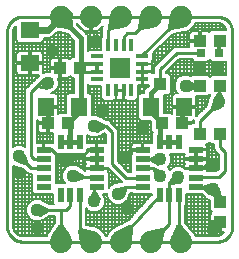
<source format=gtl>
G75*
G70*
%OFA0B0*%
%FSLAX24Y24*%
%IPPOS*%
%LPD*%
%AMOC8*
5,1,8,0,0,1.08239X$1,22.5*
%
%ADD10C,0.0100*%
%ADD11R,0.0500X0.0200*%
%ADD12R,0.0200X0.0500*%
%ADD13R,0.0433X0.0394*%
%ADD14C,0.0740*%
%ADD15R,0.0689X0.0689*%
%ADD16R,0.0396X0.0146*%
%ADD17R,0.0146X0.0396*%
%ADD18R,0.0394X0.0433*%
%ADD19R,0.0551X0.0630*%
%ADD20R,0.0315X0.0315*%
%ADD21R,0.0630X0.0551*%
%ADD22C,0.0160*%
%ADD23C,0.0120*%
%ADD24R,0.0436X0.0436*%
%ADD25C,0.0200*%
%ADD26C,0.0240*%
%ADD27C,0.0436*%
%ADD28C,0.0060*%
D10*
X000651Y001492D02*
X007151Y001492D01*
X007164Y001848D02*
X007001Y001892D01*
X006948Y002051D01*
X007244Y002150D01*
X007164Y001848D01*
X007151Y001492D02*
X007195Y001494D01*
X007238Y001500D01*
X007280Y001509D01*
X007322Y001522D01*
X007362Y001539D01*
X007401Y001559D01*
X007438Y001582D01*
X007472Y001609D01*
X007505Y001638D01*
X007534Y001671D01*
X007561Y001705D01*
X007584Y001742D01*
X007604Y001781D01*
X007621Y001821D01*
X007634Y001863D01*
X007643Y001905D01*
X007649Y001948D01*
X007651Y001992D01*
X007651Y008492D01*
X007649Y008536D01*
X007643Y008579D01*
X007634Y008621D01*
X007621Y008663D01*
X007604Y008703D01*
X007584Y008742D01*
X007561Y008779D01*
X007534Y008813D01*
X007505Y008846D01*
X007472Y008875D01*
X007438Y008902D01*
X007401Y008925D01*
X007362Y008945D01*
X007322Y008962D01*
X007280Y008975D01*
X007238Y008984D01*
X007195Y008990D01*
X007151Y008992D01*
X000651Y008992D01*
X000607Y008990D01*
X000564Y008984D01*
X000522Y008975D01*
X000480Y008962D01*
X000440Y008945D01*
X000401Y008925D01*
X000364Y008902D01*
X000330Y008875D01*
X000297Y008846D01*
X000268Y008813D01*
X000241Y008779D01*
X000218Y008742D01*
X000198Y008703D01*
X000181Y008663D01*
X000168Y008621D01*
X000159Y008579D01*
X000153Y008536D01*
X000151Y008492D01*
X000151Y001992D01*
X000153Y001948D01*
X000159Y001905D01*
X000168Y001863D01*
X000181Y001821D01*
X000198Y001781D01*
X000218Y001742D01*
X000241Y001705D01*
X000268Y001671D01*
X000297Y001638D01*
X000330Y001609D01*
X000364Y001582D01*
X000401Y001559D01*
X000440Y001539D01*
X000480Y001522D01*
X000522Y001509D01*
X000564Y001500D01*
X000607Y001494D01*
X000651Y001492D01*
X001231Y002394D02*
X001151Y002542D01*
X001231Y002690D01*
X001506Y002542D01*
X001231Y002394D01*
X001151Y002542D02*
X001506Y002542D01*
X001951Y002542D01*
X001951Y001992D01*
X001951Y001492D01*
X002561Y001882D02*
X002598Y001845D01*
X002951Y001492D01*
X002561Y001882D02*
X002561Y003062D01*
X002251Y003062D02*
X002251Y002692D01*
X002101Y002542D01*
X001951Y002542D01*
X002409Y003534D02*
X002351Y003692D01*
X002451Y003827D01*
X002702Y003642D01*
X002409Y003534D01*
X002401Y003642D02*
X002702Y003642D01*
X003121Y003642D01*
X003131Y003632D01*
X003131Y003942D02*
X003131Y004252D01*
X003131Y004562D01*
X002871Y004562D01*
X002651Y004342D01*
X002422Y004342D01*
X002236Y004091D01*
X002101Y004192D01*
X002116Y004359D01*
X001806Y004387D01*
X001953Y004112D01*
X002101Y004192D01*
X002111Y004359D01*
X002422Y004342D01*
X002101Y004342D01*
X002101Y004192D01*
X002101Y004342D02*
X001851Y004342D01*
X001806Y004387D01*
X001631Y004562D01*
X001371Y004562D01*
X001371Y004252D02*
X001361Y004242D01*
X001051Y004242D01*
X000951Y004342D01*
X000951Y006492D01*
X001159Y006699D01*
X001386Y006914D01*
X001501Y006792D01*
X001463Y006628D01*
X001159Y006699D01*
X001251Y006792D01*
X001501Y006792D01*
X002664Y007164D02*
X003142Y007164D01*
X003517Y008051D02*
X003517Y008558D01*
X003598Y008638D01*
X003951Y008992D01*
X004151Y008442D02*
X004401Y008442D01*
X004598Y008638D01*
X004951Y008992D01*
X005598Y008638D02*
X005951Y008992D01*
X005598Y008638D02*
X004660Y007701D01*
X004660Y007676D01*
X005251Y007242D02*
X005251Y006742D01*
X005251Y007242D02*
X005801Y007792D01*
X006606Y007792D01*
X006181Y006840D02*
X006101Y006692D01*
X006181Y006544D01*
X006456Y006692D01*
X006181Y006840D01*
X006101Y006692D02*
X006456Y006692D01*
X006567Y006692D01*
X007040Y006190D02*
X007201Y006142D01*
X007349Y006221D01*
X007201Y006496D01*
X007053Y006221D01*
X007201Y006142D01*
X007249Y005981D01*
X006951Y005891D01*
X007040Y006190D01*
X007201Y006142D02*
X007201Y006496D01*
X007201Y006676D01*
X007236Y006692D01*
X007201Y006142D02*
X006951Y005891D01*
X006567Y005507D01*
X006567Y005092D01*
X006431Y004562D02*
X006431Y004252D01*
X006431Y003942D01*
X006680Y003942D01*
X006866Y004192D01*
X007001Y004092D01*
X006992Y003924D01*
X006680Y003942D01*
X006851Y003942D01*
X007001Y004092D01*
X007401Y003842D02*
X007201Y003642D01*
X006441Y003642D01*
X006431Y003632D01*
X006431Y003322D02*
X006656Y003322D01*
X006957Y003404D01*
X007001Y003242D01*
X006890Y003115D01*
X006656Y003322D01*
X006921Y003322D01*
X007001Y003242D01*
X006953Y003081D01*
X007251Y002991D01*
X007162Y003290D01*
X007001Y003242D01*
X007251Y002992D01*
X007251Y002991D01*
X007251Y002826D01*
X007251Y002157D02*
X007244Y002150D01*
X007001Y001907D01*
X007001Y001892D01*
X005911Y001682D02*
X005951Y001492D01*
X005911Y001682D02*
X005861Y001984D01*
X005861Y003062D01*
X005851Y003052D01*
X005551Y003062D02*
X005551Y002092D01*
X005305Y001845D01*
X004951Y001492D01*
X004236Y001956D02*
X005241Y003062D01*
X005551Y003062D02*
X005551Y003342D01*
X005551Y003441D01*
X005740Y003740D01*
X005851Y003642D01*
X005899Y003481D01*
X005551Y003441D01*
X005851Y003642D01*
X005299Y003803D02*
X005251Y003692D01*
X005140Y003643D01*
X005000Y003942D01*
X005299Y003803D01*
X005251Y003692D02*
X005001Y003942D01*
X005000Y003942D01*
X004671Y003942D01*
X004671Y004252D02*
X004897Y004252D01*
X005176Y004392D01*
X005251Y004242D01*
X005167Y004096D01*
X004897Y004252D01*
X005241Y004252D01*
X005251Y004242D01*
X004671Y004562D02*
X004321Y004562D01*
X004302Y004542D01*
X004212Y004243D01*
X004051Y004292D01*
X004003Y004453D01*
X004302Y004542D01*
X004051Y004292D01*
X003651Y004092D02*
X003651Y005142D01*
X003451Y005342D01*
X003406Y005342D01*
X003131Y005194D01*
X003051Y005342D01*
X003131Y005490D01*
X003406Y005342D01*
X003051Y005342D01*
X003651Y004092D02*
X004111Y003632D01*
X004671Y003632D01*
X004671Y003322D02*
X004121Y003322D01*
X004008Y003031D01*
X003851Y003092D01*
X003816Y003256D01*
X004121Y003322D01*
X004081Y003322D01*
X003851Y003092D01*
X003199Y002921D02*
X003051Y002842D01*
X002903Y002921D01*
X003051Y003196D01*
X003199Y002921D01*
X003051Y002842D02*
X003051Y003196D01*
X003051Y003242D01*
X003131Y003322D01*
X003101Y003292D01*
X002401Y003642D02*
X002351Y003692D01*
X001371Y003942D02*
X000951Y003942D01*
X000802Y004091D01*
X000503Y004181D01*
X000551Y004342D01*
X000712Y004390D01*
X000802Y004091D01*
X000551Y004342D01*
X004051Y001672D02*
X003951Y001492D01*
X004051Y001672D02*
X004236Y001956D01*
X007236Y004657D02*
X007236Y005092D01*
X007236Y004657D02*
X007401Y004492D01*
X007401Y003842D01*
X004029Y008051D02*
X004029Y008320D01*
X004151Y008442D01*
D11*
X004671Y004562D03*
X004671Y004252D03*
X004671Y003942D03*
X004671Y003632D03*
X004671Y003322D03*
X003131Y003322D03*
X003131Y003632D03*
X003131Y003942D03*
X003131Y004252D03*
X003131Y004562D03*
X001371Y004562D03*
X001371Y004252D03*
X001371Y003942D03*
X001371Y003632D03*
X001371Y003322D03*
X006431Y003322D03*
X006431Y003632D03*
X006431Y003942D03*
X006431Y004252D03*
X006431Y004562D03*
D12*
X005861Y004822D03*
X005551Y004822D03*
X005241Y004822D03*
X005241Y003062D03*
X005551Y003062D03*
X005861Y003062D03*
X002561Y003062D03*
X002251Y003062D03*
X001941Y003062D03*
X001941Y004822D03*
X002251Y004822D03*
X002561Y004822D03*
D13*
X002186Y005442D03*
X001517Y005442D03*
X001917Y007292D03*
X002586Y007292D03*
X005317Y005442D03*
X005986Y005442D03*
X006567Y005092D03*
X007236Y005092D03*
X007236Y006692D03*
X006567Y006692D03*
X006567Y008192D03*
X007236Y008192D03*
D14*
X005951Y008992D03*
X004951Y008992D03*
X003951Y008992D03*
X002951Y008992D03*
X001951Y008992D03*
X001951Y001492D03*
X002951Y001492D03*
X003951Y001492D03*
X004951Y001492D03*
X005951Y001492D03*
D15*
X003901Y007292D03*
D16*
X003142Y007420D03*
X003142Y007164D03*
X003142Y006908D03*
X003142Y007676D03*
X004660Y007676D03*
X004660Y007420D03*
X004660Y007164D03*
X004660Y006908D03*
D17*
X004285Y006533D03*
X004029Y006533D03*
X003773Y006533D03*
X003517Y006533D03*
X003517Y008051D03*
X003773Y008051D03*
X004029Y008051D03*
X004285Y008051D03*
D18*
X007251Y002826D03*
X007251Y002157D03*
D19*
X006052Y005992D03*
X004950Y005992D03*
X002552Y005992D03*
X001450Y005992D03*
D20*
X006606Y007792D03*
X007196Y007792D03*
D21*
X000901Y007440D03*
X000901Y008543D03*
D22*
X001951Y008942D02*
X002251Y008642D01*
X002601Y008292D01*
X002601Y007442D01*
X002601Y007342D01*
X002586Y007326D01*
X002586Y007292D01*
X002601Y007342D02*
X002601Y006142D01*
X002552Y005992D01*
X002552Y005808D01*
X002186Y005442D01*
X002251Y005326D01*
X002251Y004822D01*
X001941Y004822D01*
X002251Y004822D02*
X002561Y004822D01*
X001517Y005442D02*
X001517Y005925D01*
X001450Y005992D01*
X004950Y005992D02*
X004950Y005808D01*
X005317Y005442D01*
X005241Y005466D01*
X005241Y004822D01*
X005551Y004822D01*
X005861Y004822D01*
X005986Y005442D02*
X005986Y006125D01*
X006052Y005992D01*
X005251Y006742D02*
X004950Y006440D01*
X004950Y005992D01*
D23*
X003142Y007164D02*
X003142Y007420D01*
X002623Y007420D01*
X002601Y007442D01*
X007196Y007792D02*
X007196Y008092D01*
X007236Y008192D01*
D24*
X005251Y006742D03*
D25*
X005598Y008638D02*
X005687Y009049D01*
X005951Y008992D01*
X006009Y008728D01*
X005598Y008638D01*
X005009Y008728D02*
X004951Y008992D01*
X004687Y009049D01*
X004598Y008638D01*
X005009Y008728D01*
X004009Y008728D02*
X003951Y008992D01*
X003687Y009049D01*
X003598Y008638D01*
X004009Y008728D01*
X002251Y008642D02*
X002201Y009092D01*
X002251Y008642D02*
X001851Y008742D01*
X001951Y001992D02*
X002178Y001637D01*
X001951Y001492D01*
X001724Y001637D01*
X001951Y001992D01*
X002598Y001845D02*
X003009Y001755D01*
X002951Y001492D01*
X002687Y001434D01*
X002598Y001845D01*
X003794Y001711D02*
X003951Y001492D01*
X004216Y001493D01*
X004236Y001956D01*
X003794Y001711D01*
X004894Y001755D02*
X004951Y001492D01*
X005215Y001434D01*
X005305Y001845D01*
X004894Y001755D01*
X005701Y001594D02*
X005951Y001492D01*
X006148Y001676D01*
X005861Y001984D01*
X005701Y001594D01*
D26*
X001502Y008543D02*
X000901Y008543D01*
X001502Y008543D02*
X001951Y008992D01*
X001851Y008742D01*
X001951Y008942D02*
X001951Y008992D01*
X002201Y009092D01*
D27*
X003101Y008192D03*
X001651Y007842D03*
X001501Y006792D03*
X003051Y005342D03*
X003351Y005892D03*
X004051Y004292D03*
X004651Y005242D03*
X005251Y004242D03*
X005251Y003692D03*
X005851Y003642D03*
X007001Y003242D03*
X007001Y004092D03*
X007201Y006142D03*
X007151Y007292D03*
X006551Y007292D03*
X006101Y006692D03*
X003851Y003092D03*
X004151Y002592D03*
X003051Y002842D03*
X002351Y003692D03*
X002101Y004192D03*
X001151Y002542D03*
X001151Y001942D03*
X000551Y003792D03*
X000551Y004342D03*
X007001Y001892D03*
D28*
X006959Y001852D02*
X006326Y001852D01*
X006325Y001853D02*
X006074Y002121D01*
X006073Y002126D01*
X006061Y002137D01*
X006061Y002699D01*
X006111Y002749D01*
X006111Y003080D01*
X006119Y003072D01*
X006637Y003072D01*
X006696Y003020D01*
X006700Y003016D01*
X006750Y002973D01*
X006793Y002930D01*
X006804Y002925D01*
X006814Y002916D01*
X006815Y002913D01*
X006818Y002912D01*
X006820Y002911D01*
X006823Y002911D01*
X006877Y002894D01*
X006904Y002883D01*
X006904Y002548D01*
X006974Y002477D01*
X006950Y002453D01*
X006933Y002424D01*
X006924Y002391D01*
X006924Y002187D01*
X007221Y002187D01*
X007221Y002127D01*
X006924Y002127D01*
X006924Y001923D01*
X006933Y001890D01*
X006950Y001861D01*
X006974Y001836D01*
X007004Y001819D01*
X007037Y001810D01*
X007221Y001810D01*
X007221Y002127D01*
X007281Y002127D01*
X007281Y001810D01*
X007386Y001810D01*
X007318Y001742D01*
X007210Y001697D01*
X007151Y001692D01*
X006431Y001692D01*
X006392Y001786D01*
X006325Y001853D01*
X006271Y001911D02*
X006271Y003072D01*
X006391Y003072D02*
X006391Y001787D01*
X006415Y001732D02*
X007292Y001732D01*
X007231Y001706D02*
X007231Y002127D01*
X007221Y002092D02*
X007281Y002092D01*
X007281Y001972D02*
X007221Y001972D01*
X007221Y001852D02*
X007281Y001852D01*
X007351Y001810D02*
X007351Y001776D01*
X007111Y001810D02*
X007111Y001692D01*
X006991Y001692D02*
X006991Y001827D01*
X006924Y001972D02*
X006214Y001972D01*
X006151Y002039D02*
X006151Y003072D01*
X006111Y003052D02*
X006660Y003052D01*
X006631Y003072D02*
X006631Y001692D01*
X006511Y001692D02*
X006511Y003072D01*
X006751Y002971D02*
X006751Y001692D01*
X006871Y001692D02*
X006871Y002896D01*
X006820Y002911D02*
X006820Y002911D01*
X006791Y002932D02*
X006111Y002932D01*
X006111Y002812D02*
X006904Y002812D01*
X006904Y002692D02*
X006061Y002692D01*
X006061Y002572D02*
X006904Y002572D01*
X006949Y002452D02*
X006061Y002452D01*
X006061Y002332D02*
X006924Y002332D01*
X006924Y002212D02*
X006061Y002212D01*
X006102Y002092D02*
X006924Y002092D01*
X006991Y002127D02*
X006991Y002187D01*
X007111Y002187D02*
X007111Y002127D01*
X007118Y003842D02*
X006811Y003842D01*
X006811Y003922D01*
X006451Y003922D01*
X006451Y003962D01*
X006411Y003962D01*
X006411Y004022D01*
X006411Y004231D01*
X006451Y004231D01*
X006451Y004022D01*
X006451Y003962D01*
X006811Y003962D01*
X006811Y004059D01*
X006802Y004092D01*
X006799Y004097D01*
X006802Y004101D01*
X006811Y004134D01*
X006811Y004232D01*
X006451Y004232D01*
X006451Y004272D01*
X006411Y004272D01*
X006411Y004482D01*
X006411Y004541D01*
X006451Y004541D01*
X006451Y004482D01*
X006451Y004272D01*
X006811Y004272D01*
X006811Y004369D01*
X006802Y004402D01*
X006799Y004407D01*
X006802Y004411D01*
X006811Y004444D01*
X006811Y004542D01*
X006451Y004542D01*
X006451Y004582D01*
X006811Y004582D01*
X006811Y004679D01*
X006802Y004712D01*
X006785Y004741D01*
X006782Y004745D01*
X006845Y004745D01*
X006901Y004801D01*
X006957Y004745D01*
X007036Y004745D01*
X007036Y004574D01*
X007153Y004457D01*
X007201Y004409D01*
X007201Y003924D01*
X007118Y003842D01*
X007111Y003842D02*
X007111Y004499D01*
X007118Y004492D02*
X006811Y004492D01*
X006751Y004542D02*
X006751Y004582D01*
X006811Y004612D02*
X007036Y004612D01*
X007036Y004732D02*
X006791Y004732D01*
X006871Y004771D02*
X006871Y003842D01*
X006811Y003892D02*
X007168Y003892D01*
X007201Y004012D02*
X006811Y004012D01*
X006751Y003962D02*
X006751Y003922D01*
X006631Y003922D02*
X006631Y003962D01*
X006511Y003962D02*
X006511Y003922D01*
X006411Y003922D02*
X006092Y003922D01*
X006060Y003954D01*
X005924Y004010D01*
X005778Y004010D01*
X005643Y003954D01*
X005571Y003882D01*
X005563Y003900D01*
X005497Y003967D01*
X005563Y004033D01*
X005619Y004168D01*
X005619Y004315D01*
X005575Y004422D01*
X005699Y004422D01*
X006023Y004422D01*
X006051Y004450D01*
X006051Y004444D01*
X006060Y004411D01*
X006063Y004407D01*
X006060Y004402D01*
X006051Y004369D01*
X006051Y004272D01*
X006411Y004272D01*
X006411Y004232D01*
X006051Y004232D01*
X006051Y004134D01*
X006060Y004101D01*
X006063Y004097D01*
X006060Y004092D01*
X006051Y004059D01*
X006051Y003962D01*
X006411Y003962D01*
X006411Y003922D01*
X006391Y003922D02*
X006391Y003962D01*
X006411Y004012D02*
X006451Y004012D01*
X006451Y004132D02*
X006411Y004132D01*
X006391Y004232D02*
X006391Y004272D01*
X006411Y004252D02*
X005619Y004252D01*
X005604Y004132D02*
X006052Y004132D01*
X006051Y004012D02*
X005542Y004012D01*
X005551Y004021D02*
X005551Y003912D01*
X005567Y003892D02*
X005581Y003892D01*
X005671Y003966D02*
X005671Y004422D01*
X005596Y004372D02*
X006052Y004372D01*
X006031Y004430D02*
X006031Y003965D01*
X006151Y003962D02*
X006151Y003922D01*
X006271Y003922D02*
X006271Y003962D01*
X006271Y004232D02*
X006271Y004272D01*
X006151Y004272D02*
X006151Y004232D01*
X005911Y004422D02*
X005911Y004010D01*
X005791Y004010D02*
X005791Y004422D01*
X006411Y004372D02*
X006451Y004372D01*
X006511Y004272D02*
X006511Y004232D01*
X006451Y004252D02*
X007201Y004252D01*
X007201Y004372D02*
X006810Y004372D01*
X006751Y004272D02*
X006751Y004232D01*
X006810Y004132D02*
X007201Y004132D01*
X007153Y004457D02*
X007153Y004457D01*
X006991Y004745D02*
X006991Y003842D01*
X006631Y004232D02*
X006631Y004272D01*
X006451Y004492D02*
X006411Y004492D01*
X006511Y004542D02*
X006511Y004582D01*
X006631Y004582D02*
X006631Y004542D01*
X006367Y005438D02*
X006288Y005438D01*
X006261Y005412D01*
X006016Y005412D01*
X006016Y005472D01*
X006332Y005472D01*
X006332Y005547D01*
X006345Y005547D01*
X006367Y005552D01*
X006367Y005438D01*
X006367Y005452D02*
X006016Y005452D01*
X006031Y005472D02*
X006031Y005412D01*
X006151Y005412D02*
X006151Y005472D01*
X006271Y005472D02*
X006271Y005422D01*
X006458Y005681D02*
X006458Y005962D01*
X006082Y005962D01*
X006082Y006022D01*
X006458Y006022D01*
X006458Y006324D01*
X006452Y006345D01*
X006845Y006345D01*
X006901Y006401D01*
X006915Y006387D01*
X006903Y006364D01*
X006889Y006350D01*
X006881Y006331D01*
X006872Y006327D01*
X006859Y006283D01*
X006838Y006243D01*
X006841Y006234D01*
X006833Y006215D01*
X006833Y006196D01*
X006774Y005997D01*
X006751Y005974D01*
X006458Y005681D01*
X006458Y005692D02*
X006468Y005692D01*
X006511Y005734D02*
X006511Y006345D01*
X006458Y006292D02*
X006862Y006292D01*
X006871Y006323D02*
X006871Y006371D01*
X006751Y006345D02*
X006751Y005974D01*
X006708Y005932D02*
X006458Y005932D01*
X006391Y005962D02*
X006391Y006022D01*
X006458Y006052D02*
X006790Y006052D01*
X006826Y006172D02*
X006458Y006172D01*
X006271Y006022D02*
X006271Y005962D01*
X006151Y005962D02*
X006151Y006022D01*
X006022Y006022D02*
X006022Y005962D01*
X005647Y005962D01*
X005647Y005737D01*
X005595Y005788D01*
X005376Y005788D01*
X005376Y006369D01*
X005371Y006374D01*
X005531Y006374D01*
X005619Y006461D01*
X005619Y007022D01*
X005531Y007110D01*
X005451Y007110D01*
X005451Y007159D01*
X005884Y007592D01*
X006298Y007592D01*
X006298Y007572D01*
X006386Y007484D01*
X006826Y007484D01*
X006901Y007560D01*
X006977Y007484D01*
X007416Y007484D01*
X007451Y007519D01*
X007451Y007038D01*
X006957Y007038D01*
X006901Y006982D01*
X006845Y007038D01*
X006288Y007038D01*
X006270Y007020D01*
X006259Y007025D01*
X006203Y007055D01*
X006203Y007055D01*
X006193Y007052D01*
X006174Y007060D01*
X006028Y007060D01*
X005893Y007004D01*
X005789Y006900D01*
X005733Y006765D01*
X005733Y006618D01*
X005789Y006483D01*
X005836Y006437D01*
X005760Y006437D01*
X005727Y006428D01*
X005697Y006411D01*
X005673Y006386D01*
X005656Y006357D01*
X005647Y006324D01*
X005647Y006022D01*
X006022Y006022D01*
X005911Y006022D02*
X005911Y005962D01*
X005791Y005962D02*
X005791Y006022D01*
X005671Y006022D02*
X005671Y005962D01*
X005647Y005932D02*
X005376Y005932D01*
X005376Y006052D02*
X005647Y006052D01*
X005647Y006172D02*
X005376Y006172D01*
X005376Y006292D02*
X005647Y006292D01*
X005671Y006384D02*
X005671Y007379D01*
X005664Y007372D02*
X007451Y007372D01*
X007451Y007492D02*
X007424Y007492D01*
X007351Y007484D02*
X007351Y007038D01*
X007231Y007038D02*
X007231Y007484D01*
X007111Y007484D02*
X007111Y007038D01*
X006991Y007038D02*
X006991Y007484D01*
X006969Y007492D02*
X006833Y007492D01*
X006871Y007530D02*
X006871Y007012D01*
X006872Y007012D02*
X006930Y007012D01*
X006751Y007038D02*
X006751Y007484D01*
X006631Y007484D02*
X006631Y007038D01*
X006511Y007038D02*
X006511Y007484D01*
X006391Y007484D02*
X006391Y007038D01*
X006271Y007022D02*
X006271Y007592D01*
X006379Y007492D02*
X005784Y007492D01*
X005791Y007499D02*
X005791Y006902D01*
X005786Y006892D02*
X005619Y006892D01*
X005619Y007012D02*
X005912Y007012D01*
X005911Y007011D02*
X005911Y007592D01*
X006031Y007592D02*
X006031Y007060D01*
X006151Y007060D02*
X006151Y007592D01*
X006151Y007992D02*
X006151Y008512D01*
X006113Y008496D02*
X006246Y008551D01*
X006392Y008697D01*
X006431Y008792D01*
X007151Y008792D01*
X007210Y008786D01*
X007318Y008741D01*
X007401Y008658D01*
X007445Y008550D01*
X007447Y008538D01*
X006957Y008538D01*
X006887Y008468D01*
X006863Y008492D01*
X006833Y008510D01*
X006800Y008518D01*
X006596Y008518D01*
X006596Y008222D01*
X006537Y008222D01*
X006537Y008518D01*
X006333Y008518D01*
X006300Y008510D01*
X006270Y008492D01*
X006246Y008468D01*
X006229Y008439D01*
X006220Y008406D01*
X006220Y008222D01*
X006536Y008222D01*
X006536Y008162D01*
X006220Y008162D01*
X006220Y007992D01*
X005884Y007992D01*
X005718Y007992D01*
X005168Y007442D01*
X005051Y007324D01*
X005051Y007110D01*
X004988Y007110D01*
X004988Y007157D01*
X004667Y007157D01*
X004667Y007170D01*
X004988Y007170D01*
X004988Y007254D01*
X004979Y007287D01*
X004976Y007292D01*
X004979Y007297D01*
X004988Y007330D01*
X004988Y007413D01*
X004667Y007413D01*
X004667Y007426D01*
X004988Y007426D01*
X004988Y007510D01*
X004986Y007518D01*
X005008Y007541D01*
X005008Y007766D01*
X005632Y008390D01*
X005646Y008393D01*
X005691Y008401D01*
X005695Y008403D01*
X006007Y008472D01*
X006055Y008472D01*
X006107Y008493D01*
X006111Y008494D01*
X006113Y008496D01*
X006031Y008472D02*
X006031Y007992D01*
X005911Y007992D02*
X005911Y008451D01*
X005916Y008452D02*
X006236Y008452D01*
X006271Y008493D02*
X006271Y008576D01*
X006267Y008572D02*
X007436Y008572D01*
X007351Y008538D02*
X007351Y008708D01*
X007367Y008692D02*
X006387Y008692D01*
X006391Y008696D02*
X006391Y008518D01*
X006511Y008518D02*
X006511Y008792D01*
X006631Y008792D02*
X006631Y008518D01*
X006596Y008452D02*
X006537Y008452D01*
X006537Y008332D02*
X006596Y008332D01*
X006536Y008212D02*
X005454Y008212D01*
X005431Y008189D02*
X005431Y007704D01*
X005458Y007732D02*
X005008Y007732D01*
X005071Y007829D02*
X005071Y007344D01*
X005098Y007372D02*
X004988Y007372D01*
X004951Y007413D02*
X004951Y007426D01*
X004988Y007492D02*
X005218Y007492D01*
X005191Y007464D02*
X005191Y007949D01*
X005214Y007972D02*
X005698Y007972D01*
X005671Y007944D02*
X005671Y008397D01*
X005574Y008332D02*
X006220Y008332D01*
X006271Y008222D02*
X006271Y008162D01*
X006220Y008092D02*
X005334Y008092D01*
X005311Y008069D02*
X005311Y007584D01*
X005338Y007612D02*
X005008Y007612D01*
X005094Y007852D02*
X005578Y007852D01*
X005551Y007824D02*
X005551Y008309D01*
X005791Y008424D02*
X005791Y007992D01*
X006391Y008162D02*
X006391Y008222D01*
X006511Y008222D02*
X006511Y008162D01*
X006751Y008518D02*
X006751Y008792D01*
X006871Y008792D02*
X006871Y008484D01*
X006991Y008538D02*
X006991Y008792D01*
X007111Y008792D02*
X007111Y008538D01*
X007231Y008538D02*
X007231Y008777D01*
X007451Y007252D02*
X005544Y007252D01*
X005551Y007259D02*
X005551Y007090D01*
X005451Y007132D02*
X007451Y007132D01*
X006631Y006345D02*
X006631Y005854D01*
X006588Y005812D02*
X006458Y005812D01*
X005791Y006437D02*
X005791Y006481D01*
X005769Y006532D02*
X005619Y006532D01*
X005619Y006652D02*
X005733Y006652D01*
X005736Y006772D02*
X005619Y006772D01*
X005570Y006412D02*
X005699Y006412D01*
X005551Y006393D02*
X005551Y005788D01*
X005647Y005812D02*
X005376Y005812D01*
X005431Y005788D02*
X005431Y006374D01*
X004883Y006699D02*
X004720Y006536D01*
X004720Y006457D01*
X004612Y006457D01*
X004524Y006369D01*
X004524Y005615D01*
X004612Y005527D01*
X004906Y005527D01*
X004950Y005483D01*
X004950Y005183D01*
X004995Y005138D01*
X004991Y005134D01*
X004991Y004771D01*
X004971Y004783D01*
X004938Y004792D01*
X004691Y004792D01*
X004691Y004582D01*
X004651Y004582D01*
X004651Y004792D01*
X004404Y004792D01*
X004371Y004783D01*
X004341Y004766D01*
X004317Y004741D01*
X004300Y004712D01*
X004291Y004679D01*
X004291Y004582D01*
X004651Y004582D01*
X004651Y004542D01*
X004291Y004542D01*
X004291Y004444D01*
X004293Y004436D01*
X004271Y004414D01*
X004271Y004089D01*
X004271Y003832D01*
X004194Y003832D01*
X003851Y004174D01*
X003851Y005059D01*
X003851Y005224D01*
X003651Y005424D01*
X003534Y005542D01*
X003456Y005542D01*
X003273Y005640D01*
X003260Y005654D01*
X003209Y005675D01*
X003153Y005705D01*
X003153Y005705D01*
X003143Y005702D01*
X003124Y005710D01*
X002978Y005710D01*
X002978Y005710D01*
X002978Y006369D01*
X002890Y006457D01*
X002831Y006457D01*
X002831Y006736D01*
X002882Y006685D01*
X003294Y006685D01*
X003294Y006273D01*
X003382Y006185D01*
X003652Y006185D01*
X003675Y006207D01*
X003683Y006205D01*
X003767Y006205D01*
X003767Y006526D01*
X003780Y006526D01*
X003780Y006539D01*
X003826Y006539D01*
X004022Y006539D01*
X004022Y006526D01*
X003826Y006526D01*
X003780Y006526D01*
X003780Y006205D01*
X003863Y006205D01*
X003896Y006214D01*
X003901Y006216D01*
X003906Y006214D01*
X003939Y006205D01*
X004023Y006205D01*
X004023Y006526D01*
X004036Y006526D01*
X004036Y006205D01*
X004119Y006205D01*
X004128Y006207D01*
X004150Y006185D01*
X004420Y006185D01*
X004508Y006273D01*
X004508Y006705D01*
X004654Y006705D01*
X004654Y006901D01*
X004667Y006901D01*
X004667Y006705D01*
X004875Y006705D01*
X004883Y006707D01*
X004883Y006699D01*
X004831Y006705D02*
X004831Y006647D01*
X004836Y006652D02*
X004508Y006652D01*
X004591Y006705D02*
X004591Y006436D01*
X004567Y006412D02*
X004508Y006412D01*
X004508Y006532D02*
X004720Y006532D01*
X004711Y006457D02*
X004711Y006705D01*
X004667Y006772D02*
X004654Y006772D01*
X004654Y006892D02*
X004667Y006892D01*
X004667Y006914D02*
X004654Y006914D01*
X004654Y007111D01*
X004654Y007157D01*
X004667Y007157D01*
X004667Y007111D01*
X004667Y006914D01*
X004654Y007012D02*
X004667Y007012D01*
X004654Y007132D02*
X004667Y007132D01*
X004667Y007170D02*
X004654Y007170D01*
X004654Y007366D01*
X004654Y007413D01*
X004667Y007413D01*
X004667Y007366D01*
X004667Y007170D01*
X004711Y007170D02*
X004711Y007157D01*
X004667Y007252D02*
X004654Y007252D01*
X004654Y007372D02*
X004667Y007372D01*
X004711Y007413D02*
X004711Y007426D01*
X004831Y007413D02*
X004831Y007426D01*
X004988Y007252D02*
X005051Y007252D01*
X005051Y007132D02*
X004988Y007132D01*
X004951Y007157D02*
X004951Y007170D01*
X004831Y007157D02*
X004831Y007170D01*
X004524Y006292D02*
X004508Y006292D01*
X004471Y006236D02*
X004471Y004792D01*
X004351Y004771D02*
X004351Y006185D01*
X004231Y006185D02*
X004231Y003832D01*
X004271Y003892D02*
X004134Y003892D01*
X004111Y003914D02*
X004111Y006205D01*
X004036Y006292D02*
X004023Y006292D01*
X003991Y006205D02*
X003991Y004034D01*
X004014Y004012D02*
X004271Y004012D01*
X004271Y004132D02*
X003894Y004132D01*
X003871Y004154D02*
X003871Y006207D01*
X003780Y006292D02*
X003767Y006292D01*
X003751Y006205D02*
X003751Y005324D01*
X003744Y005332D02*
X004950Y005332D01*
X004950Y005452D02*
X003624Y005452D01*
X003631Y005444D02*
X003631Y006185D01*
X003511Y006185D02*
X003511Y005542D01*
X003400Y005572D02*
X004567Y005572D01*
X004591Y005548D02*
X004591Y004792D01*
X004651Y004732D02*
X004691Y004732D01*
X004711Y004792D02*
X004711Y005527D01*
X004831Y005527D02*
X004831Y004792D01*
X004951Y004788D02*
X004951Y005181D01*
X004950Y005212D02*
X003851Y005212D01*
X003851Y005092D02*
X004991Y005092D01*
X004991Y004972D02*
X003851Y004972D01*
X003851Y004852D02*
X004991Y004852D01*
X004691Y004612D02*
X004651Y004612D01*
X004591Y004582D02*
X004591Y004542D01*
X004471Y004542D02*
X004471Y004582D01*
X004351Y004582D02*
X004351Y004542D01*
X004291Y004492D02*
X003851Y004492D01*
X003851Y004612D02*
X004291Y004612D01*
X004312Y004732D02*
X003851Y004732D01*
X003851Y004372D02*
X004271Y004372D01*
X004271Y004252D02*
X003851Y004252D01*
X003498Y003962D02*
X003568Y003892D01*
X003511Y003892D01*
X003511Y003922D02*
X003151Y003922D01*
X003151Y003962D01*
X003111Y003962D01*
X003111Y004172D01*
X003111Y004231D01*
X003151Y004231D01*
X003151Y004172D01*
X003151Y003962D01*
X003498Y003962D01*
X003511Y003949D02*
X003511Y003814D01*
X003509Y003816D02*
X003511Y003824D01*
X003511Y003922D01*
X003568Y003892D02*
X003967Y003493D01*
X003855Y003469D01*
X003812Y003460D01*
X003778Y003460D01*
X003741Y003444D01*
X003693Y003434D01*
X003684Y003421D01*
X003643Y003404D01*
X003539Y003300D01*
X003531Y003281D01*
X003531Y003484D01*
X003531Y003794D01*
X003509Y003816D01*
X003531Y003772D02*
X003688Y003772D01*
X003631Y003829D02*
X003631Y003392D01*
X003662Y003412D02*
X003531Y003412D01*
X003531Y003532D02*
X003928Y003532D01*
X003871Y003589D02*
X003871Y003472D01*
X003808Y003652D02*
X003531Y003652D01*
X003751Y003709D02*
X003751Y003449D01*
X003536Y003292D02*
X003531Y003292D01*
X003483Y003111D02*
X003443Y003072D01*
X003345Y003072D01*
X003349Y003064D01*
X003363Y003050D01*
X003384Y002999D01*
X003414Y002943D01*
X003414Y002943D01*
X003411Y002934D01*
X003419Y002915D01*
X003419Y002768D01*
X003363Y002633D01*
X003260Y002530D01*
X003124Y002474D01*
X002978Y002474D01*
X002843Y002530D01*
X002761Y002611D01*
X002761Y002065D01*
X003007Y002012D01*
X003055Y002012D01*
X003107Y001990D01*
X003111Y001989D01*
X003111Y001989D01*
X003113Y001987D01*
X003246Y001932D01*
X003392Y001786D01*
X003431Y001692D01*
X003471Y001692D01*
X003510Y001786D01*
X003605Y001881D01*
X003608Y001885D01*
X003614Y001890D01*
X003626Y001902D01*
X003629Y001906D01*
X003631Y001906D01*
X003657Y001932D01*
X003739Y001967D01*
X004089Y002160D01*
X004103Y002174D01*
X004132Y002184D01*
X004158Y002199D01*
X004178Y002201D01*
X004194Y002207D01*
X004980Y003072D01*
X004359Y003072D01*
X004309Y003122D01*
X004258Y003122D01*
X004224Y003036D01*
X004219Y003023D01*
X004219Y003018D01*
X004193Y002955D01*
X004164Y002881D01*
X004159Y002879D01*
X004060Y002780D01*
X003924Y002724D01*
X003778Y002724D01*
X003643Y002780D01*
X003539Y002883D01*
X003483Y003018D01*
X003483Y003111D01*
X003483Y003052D02*
X003362Y003052D01*
X003391Y003072D02*
X003391Y002986D01*
X003412Y002932D02*
X003519Y002932D01*
X003511Y002951D02*
X003511Y001787D01*
X003488Y001732D02*
X003415Y001732D01*
X003391Y001787D02*
X003391Y002701D01*
X003387Y002692D02*
X004634Y002692D01*
X004591Y002644D02*
X004591Y003072D01*
X004711Y003072D02*
X004711Y002776D01*
X004744Y002812D02*
X004092Y002812D01*
X004111Y002831D02*
X004111Y002177D01*
X004198Y002212D02*
X002761Y002212D01*
X002761Y002332D02*
X004307Y002332D01*
X004351Y002380D02*
X004351Y003080D01*
X004471Y003072D02*
X004471Y002512D01*
X004525Y002572D02*
X003302Y002572D01*
X003271Y002541D02*
X003271Y001907D01*
X003326Y001852D02*
X003576Y001852D01*
X003631Y001907D02*
X003631Y002791D01*
X003611Y002812D02*
X003419Y002812D01*
X003151Y002485D02*
X003151Y001972D01*
X003748Y001972D01*
X003751Y001973D02*
X003751Y002735D01*
X003871Y002724D02*
X003871Y002040D01*
X003965Y002092D02*
X002761Y002092D01*
X002791Y002059D02*
X002791Y002581D01*
X002801Y002572D02*
X002761Y002572D01*
X002761Y002452D02*
X004416Y002452D01*
X004231Y002248D02*
X004231Y003053D01*
X004230Y003052D02*
X004962Y003052D01*
X004951Y003040D02*
X004951Y003072D01*
X004831Y003072D02*
X004831Y002908D01*
X004853Y002932D02*
X004184Y002932D01*
X003991Y002751D02*
X003991Y002106D01*
X003111Y001989D02*
X003111Y001989D01*
X003031Y002012D02*
X003031Y002474D01*
X002911Y002501D02*
X002911Y002033D01*
X002061Y003462D02*
X001779Y003462D01*
X001771Y003454D01*
X001771Y003484D01*
X001771Y003794D01*
X001771Y004089D01*
X001771Y004414D01*
X001749Y004436D01*
X001751Y004444D01*
X001751Y004450D01*
X001779Y004422D01*
X002103Y004422D01*
X002399Y004422D01*
X002723Y004422D01*
X002751Y004450D01*
X002751Y004444D01*
X002760Y004411D01*
X002763Y004407D01*
X002760Y004402D01*
X002751Y004369D01*
X002751Y004272D01*
X003111Y004272D01*
X003111Y004332D01*
X003111Y004541D01*
X003151Y004541D01*
X003151Y004332D01*
X003151Y004272D01*
X003111Y004272D01*
X003111Y004232D01*
X002751Y004232D01*
X002751Y004134D01*
X002760Y004101D01*
X002763Y004097D01*
X002760Y004092D01*
X002751Y004059D01*
X002751Y003962D01*
X003111Y003962D01*
X003111Y003922D01*
X002751Y003922D01*
X002751Y003854D01*
X002592Y003971D01*
X002560Y004004D01*
X002534Y004014D01*
X002511Y004031D01*
X002503Y004037D01*
X002486Y004034D01*
X002424Y004060D01*
X002278Y004060D01*
X002143Y004004D01*
X002039Y003900D01*
X001983Y003765D01*
X001983Y003618D01*
X002039Y003483D01*
X002061Y003462D01*
X002019Y003532D02*
X001771Y003532D01*
X001831Y003462D02*
X001831Y004422D01*
X001771Y004372D02*
X002752Y004372D01*
X002671Y004422D02*
X002671Y003913D01*
X002700Y003892D02*
X002751Y003892D01*
X002791Y003922D02*
X002791Y003962D01*
X002751Y004012D02*
X002540Y004012D01*
X002551Y004007D02*
X002551Y004422D01*
X002431Y004422D02*
X002431Y004057D01*
X002311Y004060D02*
X002311Y004422D01*
X002191Y004422D02*
X002191Y004024D01*
X002162Y004012D02*
X001771Y004012D01*
X001771Y004132D02*
X002752Y004132D01*
X002791Y004232D02*
X002791Y004272D01*
X002911Y004272D02*
X002911Y004232D01*
X003031Y004232D02*
X003031Y004272D01*
X003111Y004252D02*
X001771Y004252D01*
X001951Y004422D02*
X001951Y003462D01*
X001983Y003652D02*
X001771Y003652D01*
X001771Y003772D02*
X001986Y003772D01*
X002036Y003892D02*
X001771Y003892D01*
X002071Y003932D02*
X002071Y004422D01*
X001691Y004542D02*
X001391Y004542D01*
X001391Y004582D01*
X001351Y004582D01*
X001351Y004792D01*
X001151Y004792D01*
X001151Y005548D01*
X001157Y005547D01*
X001170Y005547D01*
X001170Y005472D01*
X001486Y005472D01*
X001486Y005412D01*
X001170Y005412D01*
X001170Y005228D01*
X001179Y005195D01*
X001196Y005165D01*
X001220Y005141D01*
X001250Y005124D01*
X001283Y005115D01*
X001487Y005115D01*
X001487Y005411D01*
X001546Y005411D01*
X001546Y005115D01*
X001691Y005115D01*
X001691Y004771D01*
X001671Y004783D01*
X001638Y004792D01*
X001391Y004792D01*
X001391Y004582D01*
X001691Y004582D01*
X001691Y004542D01*
X001591Y004542D02*
X001591Y004582D01*
X001471Y004582D02*
X001471Y004542D01*
X001391Y004612D02*
X001351Y004612D01*
X001351Y004582D02*
X001351Y005115D01*
X001231Y005134D02*
X001231Y004792D01*
X001151Y004852D02*
X001691Y004852D01*
X001691Y004972D02*
X001151Y004972D01*
X001151Y005092D02*
X001691Y005092D01*
X001591Y005115D02*
X001591Y004792D01*
X001471Y004792D02*
X001471Y005115D01*
X001487Y005212D02*
X001546Y005212D01*
X001546Y005332D02*
X001487Y005332D01*
X001471Y005412D02*
X001471Y005472D01*
X001486Y005452D02*
X001151Y005452D01*
X001231Y005472D02*
X001231Y005412D01*
X001170Y005332D02*
X001151Y005332D01*
X001151Y005212D02*
X001174Y005212D01*
X001351Y005412D02*
X001351Y005472D01*
X001480Y005962D02*
X001480Y006022D01*
X001856Y006022D01*
X001856Y006324D01*
X001847Y006357D01*
X001830Y006386D01*
X001805Y006411D01*
X001776Y006428D01*
X001743Y006437D01*
X001606Y006437D01*
X001710Y006480D01*
X001813Y006583D01*
X001869Y006718D01*
X001869Y006865D01*
X001828Y006965D01*
X001887Y006965D01*
X001887Y007261D01*
X001946Y007261D01*
X001946Y006965D01*
X002150Y006965D01*
X002183Y006974D01*
X002213Y006991D01*
X002237Y007015D01*
X002307Y006945D01*
X002371Y006945D01*
X002371Y006457D01*
X002215Y006457D01*
X002127Y006369D01*
X002127Y005788D01*
X001907Y005788D01*
X001856Y005737D01*
X001856Y005962D01*
X001480Y005962D01*
X001591Y005962D02*
X001591Y006022D01*
X001711Y006022D02*
X001711Y005962D01*
X001831Y005962D02*
X001831Y006022D01*
X001856Y006052D02*
X002127Y006052D01*
X002127Y006172D02*
X001856Y006172D01*
X001856Y006292D02*
X002127Y006292D01*
X002170Y006412D02*
X001804Y006412D01*
X001831Y006384D02*
X001831Y006626D01*
X001842Y006652D02*
X002371Y006652D01*
X002371Y006772D02*
X001869Y006772D01*
X001858Y006892D02*
X002371Y006892D01*
X002311Y006945D02*
X002311Y006457D01*
X002371Y006532D02*
X001762Y006532D01*
X001711Y006481D02*
X001711Y006437D01*
X001856Y005932D02*
X002127Y005932D01*
X002127Y005812D02*
X001856Y005812D01*
X001951Y005788D02*
X001951Y006965D01*
X001946Y007012D02*
X001887Y007012D01*
X001831Y006965D02*
X001831Y006957D01*
X001887Y007132D02*
X001946Y007132D01*
X001946Y007252D02*
X001887Y007252D01*
X001886Y007262D02*
X001570Y007262D01*
X001570Y007160D01*
X001428Y007160D01*
X001339Y007123D01*
X001346Y007148D01*
X001346Y007411D01*
X000931Y007411D01*
X000931Y007470D01*
X001346Y007470D01*
X001346Y007733D01*
X001337Y007766D01*
X001320Y007796D01*
X001296Y007820D01*
X001266Y007837D01*
X001233Y007846D01*
X000931Y007846D01*
X000931Y007471D01*
X000871Y007471D01*
X000871Y007846D01*
X000871Y008117D01*
X000751Y008117D02*
X000751Y007846D01*
X000871Y007846D02*
X000569Y007846D01*
X000536Y007837D01*
X000506Y007820D01*
X000482Y007796D01*
X000465Y007766D01*
X000456Y007733D01*
X000456Y007470D01*
X000871Y007470D01*
X000871Y007411D01*
X000456Y007411D01*
X000456Y007148D01*
X000465Y007115D01*
X000482Y007085D01*
X000506Y007061D01*
X000536Y007044D01*
X000569Y007035D01*
X000871Y007035D01*
X000871Y006694D01*
X000828Y006652D02*
X000351Y006652D01*
X000351Y006772D02*
X000948Y006772D01*
X000959Y006782D02*
X000751Y006574D01*
X000751Y007035D01*
X000871Y007035D02*
X000871Y007410D01*
X000931Y007410D01*
X000931Y007035D01*
X001223Y007035D01*
X001177Y006992D01*
X001168Y006992D01*
X001051Y006874D01*
X001034Y006857D01*
X000983Y006826D01*
X000978Y006804D01*
X000961Y006788D01*
X000961Y006785D01*
X000959Y006782D01*
X000991Y006831D02*
X000991Y007035D01*
X000931Y007132D02*
X000871Y007132D01*
X000871Y007252D02*
X000931Y007252D01*
X000931Y007372D02*
X000871Y007372D01*
X000871Y007492D02*
X000931Y007492D01*
X000991Y007470D02*
X000991Y007411D01*
X001111Y007411D02*
X001111Y007470D01*
X001231Y007470D02*
X001231Y007411D01*
X001346Y007372D02*
X001570Y007372D01*
X001570Y007322D02*
X001886Y007322D01*
X001886Y007262D01*
X001831Y007262D02*
X001831Y007322D01*
X001887Y007322D02*
X001887Y007618D01*
X001683Y007618D01*
X001650Y007610D01*
X001620Y007592D01*
X001596Y007568D01*
X001579Y007539D01*
X001570Y007506D01*
X001570Y007322D01*
X001591Y007322D02*
X001591Y007262D01*
X001570Y007252D02*
X001346Y007252D01*
X001342Y007132D02*
X001360Y007132D01*
X001351Y007128D02*
X001351Y008190D01*
X001366Y008205D02*
X001278Y008117D01*
X000524Y008117D01*
X000436Y008205D01*
X000436Y008693D01*
X000402Y008658D01*
X000357Y008550D01*
X000351Y008492D01*
X000351Y004657D01*
X000478Y004710D01*
X000624Y004710D01*
X000751Y004657D01*
X000751Y006409D01*
X000751Y006574D01*
X000751Y006532D02*
X000351Y006532D01*
X000351Y006412D02*
X000751Y006412D01*
X000751Y006292D02*
X000351Y006292D01*
X000351Y006172D02*
X000751Y006172D01*
X000751Y006052D02*
X000351Y006052D01*
X000351Y005932D02*
X000751Y005932D01*
X000751Y005812D02*
X000351Y005812D01*
X000351Y005692D02*
X000751Y005692D01*
X000751Y005572D02*
X000351Y005572D01*
X000351Y005452D02*
X000751Y005452D01*
X000751Y005332D02*
X000351Y005332D01*
X000351Y005212D02*
X000751Y005212D01*
X000751Y005092D02*
X000351Y005092D01*
X000351Y004972D02*
X000751Y004972D01*
X000751Y004852D02*
X000351Y004852D01*
X000351Y004732D02*
X000751Y004732D01*
X000631Y004707D02*
X000631Y007035D01*
X000511Y007058D02*
X000511Y004710D01*
X000391Y004674D02*
X000391Y008633D01*
X000366Y008572D02*
X000436Y008572D01*
X000435Y008692D02*
X000436Y008692D01*
X000436Y008452D02*
X000351Y008452D01*
X000351Y008332D02*
X000436Y008332D01*
X000436Y008212D02*
X000351Y008212D01*
X000351Y008092D02*
X002371Y008092D01*
X002371Y008196D02*
X002371Y007638D01*
X002307Y007638D01*
X002237Y007568D01*
X002213Y007592D01*
X002183Y007610D01*
X002150Y007618D01*
X001946Y007618D01*
X001946Y007322D01*
X001887Y007322D01*
X001887Y007372D02*
X001946Y007372D01*
X001946Y007492D02*
X001887Y007492D01*
X001887Y007612D02*
X001946Y007612D01*
X001951Y007618D02*
X001951Y008459D01*
X001980Y008452D02*
X001793Y008452D01*
X001812Y008471D02*
X001852Y008472D01*
X001900Y008472D01*
X002161Y008406D01*
X002371Y008196D01*
X002356Y008212D02*
X001366Y008212D01*
X001366Y008205D02*
X001366Y008273D01*
X001449Y008273D01*
X001556Y008273D01*
X001655Y008314D01*
X001812Y008471D01*
X001831Y008471D02*
X001831Y007618D01*
X001711Y007618D02*
X001711Y008370D01*
X001673Y008332D02*
X002236Y008332D01*
X002191Y008376D02*
X002191Y007605D01*
X002176Y007612D02*
X002280Y007612D01*
X002311Y007638D02*
X002311Y008256D01*
X002371Y007972D02*
X000351Y007972D01*
X000351Y007852D02*
X002371Y007852D01*
X002371Y007732D02*
X001346Y007732D01*
X001346Y007612D02*
X001657Y007612D01*
X001591Y007560D02*
X001591Y008287D01*
X001471Y008273D02*
X001471Y007160D01*
X001711Y007262D02*
X001711Y007322D01*
X001570Y007492D02*
X001346Y007492D01*
X001231Y007846D02*
X001231Y008117D01*
X001111Y008117D02*
X001111Y007846D01*
X000991Y007846D02*
X000991Y008117D01*
X000931Y007732D02*
X000871Y007732D01*
X000871Y007612D02*
X000931Y007612D01*
X000751Y007470D02*
X000751Y007411D01*
X000631Y007411D02*
X000631Y007470D01*
X000511Y007470D02*
X000511Y007411D01*
X000456Y007372D02*
X000351Y007372D01*
X000351Y007492D02*
X000456Y007492D01*
X000456Y007612D02*
X000351Y007612D01*
X000351Y007732D02*
X000456Y007732D01*
X000511Y007823D02*
X000511Y008130D01*
X000631Y008117D02*
X000631Y007846D01*
X000456Y007252D02*
X000351Y007252D01*
X000351Y007132D02*
X000461Y007132D01*
X000351Y007012D02*
X001198Y007012D01*
X001111Y007035D02*
X001111Y006934D01*
X001068Y006892D02*
X000351Y006892D01*
X001351Y004732D02*
X001391Y004732D01*
X000696Y003914D02*
X000751Y003859D01*
X000751Y001692D01*
X000651Y001692D02*
X000593Y001697D01*
X000484Y001742D01*
X000402Y001825D01*
X000357Y001933D01*
X000351Y001992D01*
X000351Y002056D01*
X000351Y002074D01*
X000351Y004026D01*
X000361Y004022D01*
X000366Y004013D01*
X000366Y004013D01*
X000428Y003994D01*
X000478Y003974D01*
X000497Y003974D01*
X000525Y003965D01*
X000525Y003965D01*
X000696Y003914D01*
X000718Y003892D02*
X000351Y003892D01*
X000351Y004012D02*
X000370Y004012D01*
X000366Y004013D02*
X000366Y004013D01*
X000391Y004005D02*
X000391Y001850D01*
X000391Y001852D02*
X001564Y001852D01*
X001544Y001819D02*
X001510Y001786D01*
X001489Y001734D01*
X001488Y001733D01*
X001487Y001731D01*
X001486Y001728D01*
X001471Y001692D01*
X001471Y002296D01*
X001537Y002332D02*
X001751Y002332D01*
X001751Y002342D02*
X001751Y002143D01*
X001743Y002130D01*
X001718Y002094D01*
X001717Y002089D01*
X001544Y001819D01*
X001591Y001894D02*
X001591Y002342D01*
X001588Y002342D02*
X001751Y002342D01*
X001711Y002342D02*
X001711Y002081D01*
X001717Y002092D02*
X000351Y002092D01*
X000353Y001972D02*
X001641Y001972D01*
X001487Y001732D02*
X000510Y001732D01*
X000511Y001731D02*
X000511Y003969D01*
X000631Y003933D02*
X000631Y001694D01*
X000651Y001692D02*
X001471Y001692D01*
X001351Y001692D02*
X001351Y002226D01*
X001360Y002230D02*
X001373Y002243D01*
X001399Y002257D01*
X001556Y002342D01*
X001588Y002342D01*
X001399Y002257D02*
X001399Y002257D01*
X001360Y002230D02*
X001309Y002209D01*
X001253Y002178D01*
X001243Y002181D01*
X001224Y002174D01*
X001078Y002174D01*
X000943Y002230D01*
X000839Y002333D01*
X000783Y002468D01*
X000783Y002615D01*
X000839Y002750D01*
X000943Y002854D01*
X001078Y002910D01*
X001224Y002910D01*
X001243Y002902D01*
X001253Y002905D01*
X001253Y002905D01*
X001309Y002875D01*
X001360Y002854D01*
X001373Y002840D01*
X001556Y002742D01*
X001588Y002742D01*
X001699Y002742D01*
X001691Y002749D01*
X001691Y003080D01*
X001683Y003072D01*
X001059Y003072D01*
X000971Y003159D01*
X000971Y003484D01*
X000971Y003742D01*
X000868Y003742D01*
X000751Y003859D01*
X000838Y003772D02*
X000351Y003772D01*
X000351Y003652D02*
X000971Y003652D01*
X000971Y003532D02*
X000351Y003532D01*
X000351Y003412D02*
X000971Y003412D01*
X000971Y003292D02*
X000351Y003292D01*
X000351Y003172D02*
X000971Y003172D01*
X000991Y003139D02*
X000991Y002874D01*
X000901Y002812D02*
X000351Y002812D01*
X000351Y002932D02*
X001691Y002932D01*
X001691Y002812D02*
X001426Y002812D01*
X001471Y002787D02*
X001471Y003072D01*
X001591Y003072D02*
X001591Y002742D01*
X001351Y002857D02*
X001351Y003072D01*
X001231Y003072D02*
X001231Y002907D01*
X001253Y002905D02*
X001253Y002905D01*
X001111Y002910D02*
X001111Y003072D01*
X000871Y002782D02*
X000871Y003742D01*
X000351Y003052D02*
X001691Y003052D01*
X001751Y002212D02*
X001316Y002212D01*
X001231Y002176D02*
X001231Y001692D01*
X001111Y001692D02*
X001111Y002174D01*
X000991Y002209D02*
X000991Y001692D01*
X000871Y001692D02*
X000871Y002301D01*
X000841Y002332D02*
X000351Y002332D01*
X000351Y002452D02*
X000790Y002452D01*
X000783Y002572D02*
X000351Y002572D01*
X000351Y002692D02*
X000815Y002692D01*
X000986Y002212D02*
X000351Y002212D01*
X002811Y004542D02*
X002811Y004582D01*
X003111Y004582D01*
X003111Y004792D01*
X002864Y004792D01*
X002831Y004783D01*
X002811Y004771D01*
X002811Y005061D01*
X002843Y005030D01*
X002978Y004974D01*
X003124Y004974D01*
X003143Y004981D01*
X003153Y004978D01*
X003209Y005009D01*
X003260Y005030D01*
X003273Y005043D01*
X003299Y005057D01*
X003399Y005111D01*
X003451Y005059D01*
X003451Y004771D01*
X003431Y004783D01*
X003398Y004792D01*
X003151Y004792D01*
X003151Y004979D01*
X003271Y005041D02*
X003271Y004792D01*
X003151Y004792D02*
X003151Y004582D01*
X003111Y004582D01*
X003111Y004542D01*
X002811Y004542D01*
X002911Y004542D02*
X002911Y004582D01*
X003031Y004582D02*
X003031Y004542D01*
X003111Y004492D02*
X003151Y004492D01*
X003151Y004612D02*
X003111Y004612D01*
X003111Y004732D02*
X003151Y004732D01*
X003031Y004792D02*
X003031Y004974D01*
X002911Y005001D02*
X002911Y004792D01*
X002811Y004852D02*
X003451Y004852D01*
X003391Y004792D02*
X003391Y005107D01*
X003418Y005092D02*
X003363Y005092D01*
X003299Y005057D02*
X003299Y005057D01*
X003451Y004972D02*
X002811Y004972D01*
X003111Y004372D02*
X003151Y004372D01*
X003151Y004132D02*
X003111Y004132D01*
X003111Y004012D02*
X003151Y004012D01*
X003271Y003962D02*
X003271Y003922D01*
X003391Y003922D02*
X003391Y003962D01*
X003031Y003962D02*
X003031Y003922D01*
X002911Y003922D02*
X002911Y003962D01*
X003391Y005576D02*
X003391Y006185D01*
X003294Y006292D02*
X002978Y006292D01*
X002978Y006172D02*
X004524Y006172D01*
X004524Y006052D02*
X002978Y006052D01*
X002978Y005932D02*
X004524Y005932D01*
X004524Y005812D02*
X002978Y005812D01*
X003031Y005710D02*
X003031Y006685D01*
X002911Y006685D02*
X002911Y006435D01*
X002935Y006412D02*
X003294Y006412D01*
X003294Y006532D02*
X002831Y006532D01*
X002831Y006652D02*
X003294Y006652D01*
X003271Y006685D02*
X003271Y005642D01*
X003178Y005692D02*
X004524Y005692D01*
X004036Y006412D02*
X004023Y006412D01*
X003991Y006526D02*
X003991Y006539D01*
X004022Y006532D02*
X003780Y006532D01*
X003871Y006526D02*
X003871Y006539D01*
X003780Y006412D02*
X003767Y006412D01*
X003151Y006685D02*
X003151Y005704D01*
X003153Y005705D02*
X003153Y005705D01*
X002191Y006433D02*
X002191Y006978D01*
X002234Y007012D02*
X002240Y007012D01*
X002071Y006965D02*
X002071Y005788D01*
X002071Y007618D02*
X002071Y008429D01*
X002493Y008725D02*
X002486Y008792D01*
X002492Y008792D01*
X002524Y008730D01*
X002570Y008666D01*
X002625Y008610D01*
X002689Y008564D01*
X002759Y008528D01*
X002834Y008504D01*
X002912Y008492D01*
X002921Y008492D01*
X002921Y008792D01*
X002981Y008792D01*
X002981Y008492D01*
X002991Y008492D01*
X003068Y008504D01*
X003143Y008528D01*
X003213Y008564D01*
X003277Y008610D01*
X003333Y008666D01*
X003354Y008695D01*
X003352Y008686D01*
X003349Y008673D01*
X003317Y008641D01*
X003317Y008475D01*
X003317Y008334D01*
X003294Y008311D01*
X003294Y007898D01*
X002882Y007898D01*
X002831Y007847D01*
X002831Y008196D01*
X002831Y008387D01*
X002493Y008725D01*
X002526Y008692D02*
X002551Y008692D01*
X002551Y008667D01*
X002646Y008572D02*
X002679Y008572D01*
X002671Y008577D02*
X002671Y008547D01*
X002791Y008518D02*
X002791Y008427D01*
X002766Y008452D02*
X003317Y008452D01*
X003317Y008572D02*
X003224Y008572D01*
X003271Y008606D02*
X003271Y007898D01*
X003294Y007972D02*
X002831Y007972D01*
X002911Y007898D02*
X002911Y008492D01*
X002921Y008572D02*
X002981Y008572D01*
X003031Y008498D02*
X003031Y007898D01*
X003151Y007898D02*
X003151Y008532D01*
X002981Y008692D02*
X002921Y008692D01*
X002831Y008332D02*
X003315Y008332D01*
X003294Y008212D02*
X002831Y008212D01*
X002831Y008092D02*
X003294Y008092D01*
X003351Y008692D02*
X003353Y008692D01*
X002835Y007852D02*
X002831Y007852D01*
M02*

</source>
